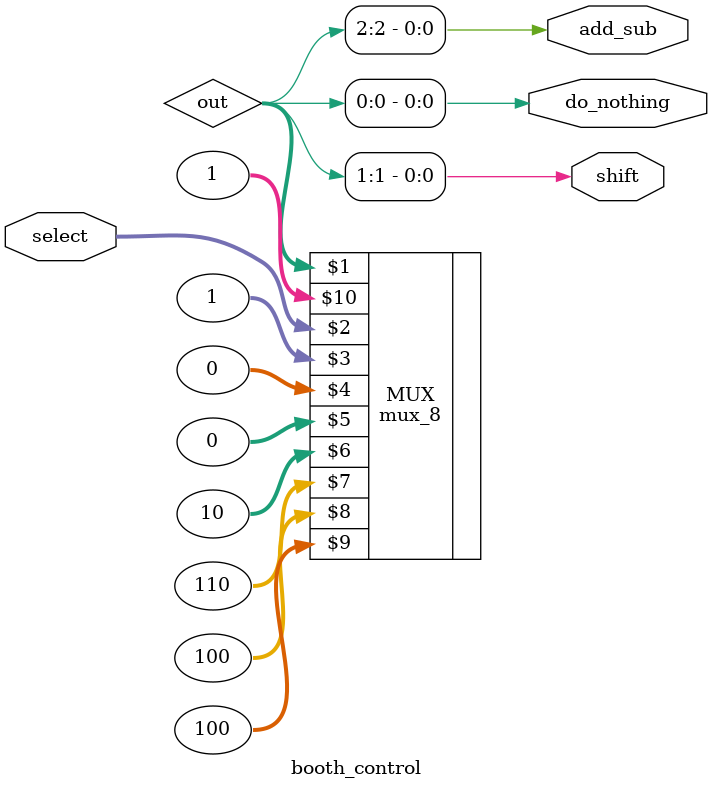
<source format=v>
module booth_control (shift, do_nothing, add_sub, select);

   //Inputs
   input[2:0] select;

   //Output
   output shift, do_nothing, add_sub;

   wire [31:0] out;

   mux_8 MUX(out, select, 001, 000, 000, 010, 110 , 100, 100, 001);

   assign add_sub = out[2];
   assign shift = out[1];
   assign do_nothing = out[0];

endmodule

</source>
